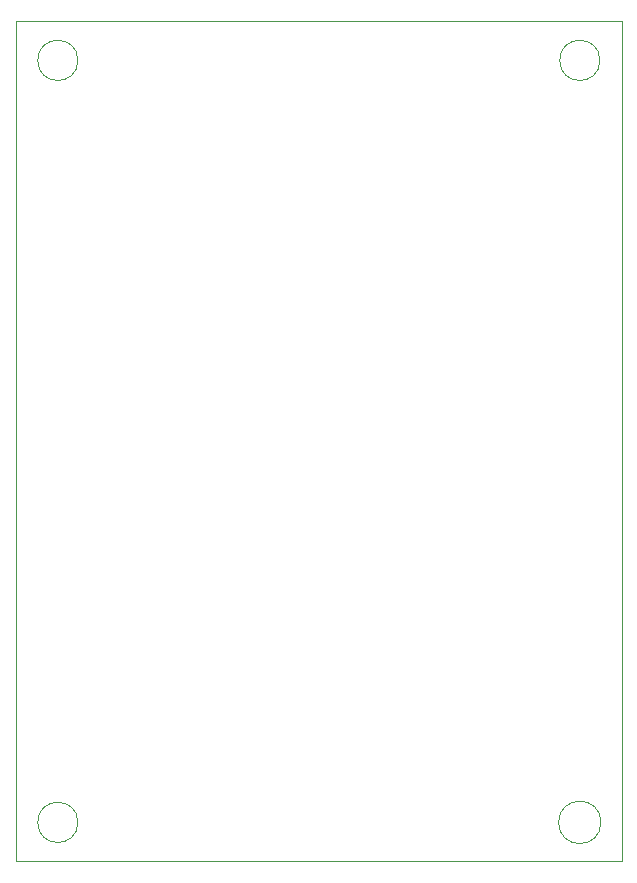
<source format=gbr>
%TF.GenerationSoftware,KiCad,Pcbnew,7.0.9*%
%TF.CreationDate,2023-11-25T11:24:36+10:00*%
%TF.ProjectId,VHF-FM,5648462d-464d-42e6-9b69-6361645f7063,rev?*%
%TF.SameCoordinates,Original*%
%TF.FileFunction,Profile,NP*%
%FSLAX46Y46*%
G04 Gerber Fmt 4.6, Leading zero omitted, Abs format (unit mm)*
G04 Created by KiCad (PCBNEW 7.0.9) date 2023-11-25 11:24:36*
%MOMM*%
%LPD*%
G01*
G04 APERTURE LIST*
%TA.AperFunction,Profile*%
%ADD10C,0.100000*%
%TD*%
G04 APERTURE END LIST*
D10*
X105790000Y-44132000D02*
X157098000Y-44132000D01*
X157098000Y-115252000D01*
X105790000Y-115252000D01*
X105790000Y-44132000D01*
X155245884Y-47434000D02*
G75*
G03*
X155245884Y-47434000I-1703884J0D01*
G01*
X111049884Y-47434000D02*
G75*
G03*
X111049884Y-47434000I-1703884J0D01*
G01*
X111049884Y-111950000D02*
G75*
G03*
X111049884Y-111950000I-1703884J0D01*
G01*
X155338051Y-111950000D02*
G75*
G03*
X155338051Y-111950000I-1796051J0D01*
G01*
M02*

</source>
